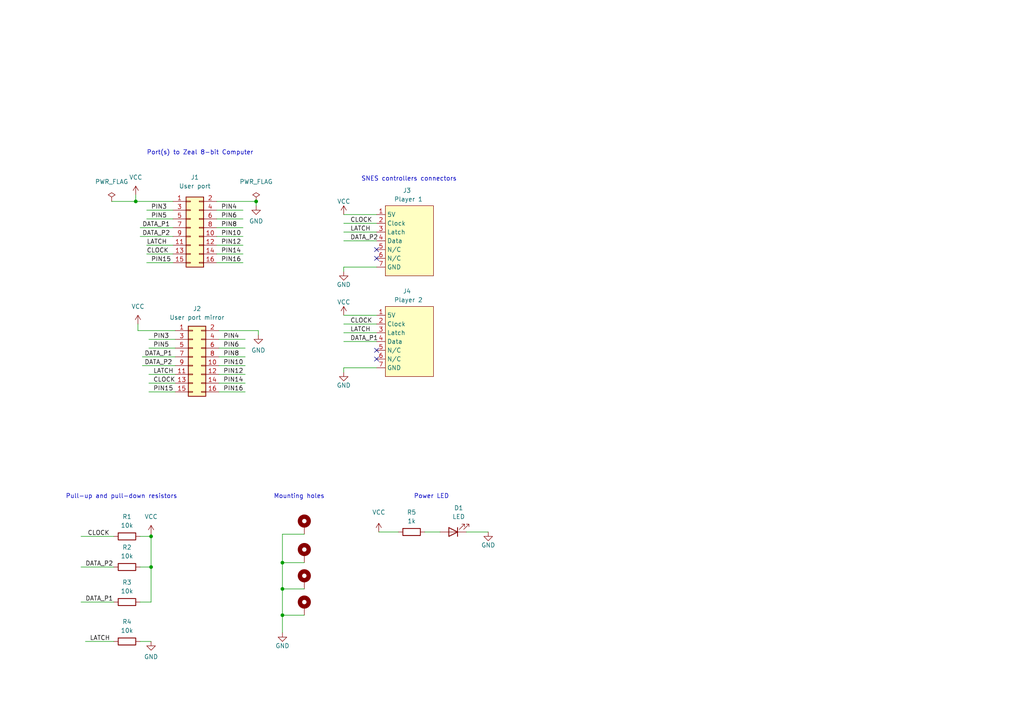
<source format=kicad_sch>
(kicad_sch (version 20211123) (generator eeschema)
  (paper "A4")
  (lib_symbols
    (symbol "Connector_Generic:Conn_02x08_Odd_Even" (pin_names (offset 1.016) hide)
      (property "Reference" "J" (at 1.27 10.16 0))
      (property "Value" "Conn_02x08_Odd_Even" (at 1.27 -12.7 0))
      (symbol "Conn_02x08_Odd_Even_1_1"
        (rectangle (start -1.27 -10.033) (end 0 -10.287) (stroke (width 0.1524)))
        (rectangle (start -1.27 -7.493) (end 0 -7.747) (stroke (width 0.1524)))
        (rectangle (start -1.27 -4.953) (end 0 -5.207) (stroke (width 0.1524)))
        (rectangle (start -1.27 -2.413) (end 0 -2.667) (stroke (width 0.1524)))
        (rectangle (start -1.27 0.127) (end 0 -0.127) (stroke (width 0.1524)))
        (rectangle (start -1.27 2.667) (end 0 2.413) (stroke (width 0.1524)))
        (rectangle (start -1.27 5.207) (end 0 4.953) (stroke (width 0.1524)))
        (rectangle (start -1.27 7.747) (end 0 7.493) (stroke (width 0.1524)))
        (rectangle (start -1.27 8.89) (end 3.81 -11.43) (stroke (width 0.254)) (fill (type background)))
        (rectangle (start 3.81 -10.033) (end 2.54 -10.287) (stroke (width 0.1524)))
        (rectangle (start 3.81 -7.493) (end 2.54 -7.747) (stroke (width 0.1524)))
        (rectangle (start 3.81 -4.953) (end 2.54 -5.207) (stroke (width 0.1524)))
        (rectangle (start 3.81 -2.413) (end 2.54 -2.667) (stroke (width 0.1524)))
        (rectangle (start 3.81 0.127) (end 2.54 -0.127) (stroke (width 0.1524)))
        (rectangle (start 3.81 2.667) (end 2.54 2.413) (stroke (width 0.1524)))
        (rectangle (start 3.81 5.207) (end 2.54 4.953) (stroke (width 0.1524)))
        (rectangle (start 3.81 7.747) (end 2.54 7.493) (stroke (width 0.1524)))
        (pin passive line (at -5.08 7.62 0) (length 3.81) (name "Pin_1") (number "1"))
        (pin passive line (at 7.62 -2.54 180) (length 3.81) (name "Pin_10") (number "10"))
        (pin passive line (at -5.08 -5.08 0) (length 3.81) (name "Pin_11") (number "11"))
        (pin passive line (at 7.62 -5.08 180) (length 3.81) (name "Pin_12") (number "12"))
        (pin passive line (at -5.08 -7.62 0) (length 3.81) (name "Pin_13") (number "13"))
        (pin passive line (at 7.62 -7.62 180) (length 3.81) (name "Pin_14") (number "14"))
        (pin passive line (at -5.08 -10.16 0) (length 3.81) (name "Pin_15") (number "15"))
        (pin passive line (at 7.62 -10.16 180) (length 3.81) (name "Pin_16") (number "16"))
        (pin passive line (at 7.62 7.62 180) (length 3.81) (name "Pin_2") (number "2"))
        (pin passive line (at -5.08 5.08 0) (length 3.81) (name "Pin_3") (number "3"))
        (pin passive line (at 7.62 5.08 180) (length 3.81) (name "Pin_4") (number "4"))
        (pin passive line (at -5.08 2.54 0) (length 3.81) (name "Pin_5") (number "5"))
        (pin passive line (at 7.62 2.54 180) (length 3.81) (name "Pin_6") (number "6"))
        (pin passive line (at -5.08 0 0) (length 3.81) (name "Pin_7") (number "7"))
        (pin passive line (at 7.62 0 180) (length 3.81) (name "Pin_8") (number "8"))
        (pin passive line (at -5.08 -2.54 0) (length 3.81) (name "Pin_9") (number "9"))
      )
    )
    (symbol "Device:LED" (pin_numbers hide) (pin_names (offset 1.016) hide)
      (property "Reference" "D" (at 0 2.54 0))
      (property "Value" "LED" (at 0 -2.54 0))
      (symbol "LED_0_1"
        (polyline (pts (xy -1.27 -1.27) (xy -1.27 1.27)) (stroke (width 0.254)))
        (polyline (pts (xy -1.27 0) (xy 1.27 0)))
        (polyline (pts (xy 1.27 -1.27) (xy 1.27 1.27) (xy -1.27 0) (xy 1.27 -1.27)) (stroke (width 0.254)))
        (polyline (pts (xy -3.048 -0.762) (xy -4.572 -2.286) (xy -3.81 -2.286) (xy -4.572 -2.286) (xy -4.572 -1.524)))
        (polyline (pts (xy -1.778 -0.762) (xy -3.302 -2.286) (xy -2.54 -2.286) (xy -3.302 -2.286) (xy -3.302 -1.524)))
      )
      (symbol "LED_1_1"
        (pin passive line (at -3.81 0 0) (length 2.54) (name "K") (number "1"))
        (pin passive line (at 3.81 0 180) (length 2.54) (name "A") (number "2"))
      )
    )
    (symbol "Device:R" (pin_numbers hide) (pin_names (offset 0))
      (property "Reference" "R" (at 2.032 0 90))
      (property "Value" "R" (at 0 0 90))
      (symbol "R_0_1"
        (rectangle (start -1.016 -2.54) (end 1.016 2.54) (stroke (width 0.254)))
      )
      (symbol "R_1_1"
        (pin passive line (at 0 3.81 270) (length 1.27) (name "~") (number "1"))
        (pin passive line (at 0 -3.81 90) (length 1.27) (name "~") (number "2"))
      )
    )
    (symbol "Mechanical:MountingHole_Pad" (pin_numbers hide) (pin_names (offset 1.016) hide)
      (property "Reference" "H" (at 0 6.35 0))
      (property "Value" "MountingHole_Pad" (at 0 4.445 0))
      (symbol "MountingHole_Pad_0_1"
        (circle (center 0 1.27) (radius 1.27) (stroke (width 1.27)))
      )
      (symbol "MountingHole_Pad_1_1"
        (pin input line (at 0 -2.54 90) (length 2.54) (name "1") (number "1"))
      )
    )
    (symbol "SNES-Library:SNES-Controller-Socket"
      (property "Reference" "J" (at 0 0 0))
      (property "Value" "SNES-Controller-Socket" (at 0 2.54 0))
      (symbol "SNES-Controller-Socket_0_1"
        (rectangle (start -6.35 -2.54) (end 7.62 -22.86) (fill (type background)))
      )
      (symbol "SNES-Controller-Socket_1_1"
        (pin power_in line (at -8.89 -5.08 0) (length 2.54) (name "5V") (number "1"))
        (pin input line (at -8.89 -7.62 0) (length 2.54) (name "Clock") (number "2"))
        (pin input line (at -8.89 -10.16 0) (length 2.54) (name "Latch") (number "3"))
        (pin output line (at -8.89 -12.7 0) (length 2.54) (name "Data") (number "4"))
        (pin bidirectional line (at -8.89 -15.24 0) (length 2.54) (name "N/C") (number "5"))
        (pin bidirectional line (at -8.89 -17.78 0) (length 2.54) (name "N/C") (number "6"))
        (pin power_in line (at -8.89 -20.32 0) (length 2.54) (name "GND") (number "7"))
      )
    )
    (symbol "power:GND" (power) (pin_names (offset 0))
      (property "Value" "GND" (at 0 -3.81 0))
      (symbol "GND_0_1"
        (polyline (pts (xy 0 0) (xy 0 -1.27) (xy 1.27 -1.27) (xy 0 -2.54) (xy -1.27 -1.27) (xy 0 -1.27)))
      )
      (symbol "GND_1_1"
        (pin power_in line (at 0 0 270) (length 0) hide (name "GND") (number "1"))
      )
    )
    (symbol "power:PWR_FLAG" (power) (pin_numbers hide) (pin_names (offset 0) hide)
      (property "Value" "PWR_FLAG" (at 0 3.81 0))
      (symbol "PWR_FLAG_0_0"
        (pin power_out line (at 0 0 90) (length 0) (name "pwr") (number "1"))
      )
      (symbol "PWR_FLAG_0_1"
        (polyline (pts (xy 0 0) (xy 0 1.27) (xy -1.016 1.905) (xy 0 2.54) (xy 1.016 1.905) (xy 0 1.27)))
      )
    )
    (symbol "power:VCC" (power) (pin_names (offset 0))
      (property "Value" "VCC" (at 0 3.81 0))
      (symbol "VCC_0_1"
        (polyline (pts (xy -0.762 1.27) (xy 0 2.54)))
        (polyline (pts (xy 0 0) (xy 0 2.54)))
        (polyline (pts (xy 0 2.54) (xy 0.762 1.27)))
      )
      (symbol "VCC_1_1"
        (pin power_in line (at 0 0 90) (length 0) hide (name "VCC") (number "1"))
      )
    )
  )
  (junction (at 39.37 58.42))
  (junction (at 43.815 164.465))
  (junction (at 81.915 163.195))
  (junction (at 81.915 170.815))
  (junction (at 43.815 155.575))
  (junction (at 74.295 58.42))
  (junction (at 81.915 178.435))
  (no_connect (at 109.22 104.14))
  (no_connect (at 109.22 72.39))
  (no_connect (at 109.22 74.93))
  (no_connect (at 109.22 101.6))
  (wire (pts (xy 99.695 62.23) (xy 109.22 62.23)))
  (wire (pts (xy 40.64 66.04) (xy 50.165 66.04)))
  (wire (pts (xy 41.275 106.045) (xy 50.8 106.045)))
  (wire (pts (xy 43.18 111.125) (xy 50.8 111.125)))
  (wire (pts (xy 40.64 164.465) (xy 43.815 164.465)))
  (wire (pts (xy 62.865 63.5) (xy 70.485 63.5)))
  (wire (pts (xy 81.915 163.195) (xy 88.265 163.195)))
  (wire (pts (xy 99.695 93.98) (xy 109.22 93.98)))
  (wire (pts (xy 81.915 163.195) (xy 81.915 170.815)))
  (wire (pts (xy 109.22 106.68) (xy 99.695 106.68)))
  (wire (pts (xy 99.695 99.06) (xy 109.22 99.06)))
  (wire (pts (xy 24.765 186.055) (xy 33.02 186.055)))
  (wire (pts (xy 42.545 73.66) (xy 50.165 73.66)))
  (wire (pts (xy 109.855 154.305) (xy 115.57 154.305)))
  (wire (pts (xy 43.18 113.665) (xy 50.8 113.665)))
  (wire (pts (xy 43.815 164.465) (xy 43.815 174.625)))
  (wire (pts (xy 23.495 155.575) (xy 33.02 155.575)))
  (wire (pts (xy 74.295 58.42) (xy 74.295 59.69)))
  (wire (pts (xy 63.5 95.885) (xy 74.93 95.885)))
  (wire (pts (xy 39.37 58.42) (xy 39.37 56.515)))
  (wire (pts (xy 99.695 106.68) (xy 99.695 107.95)))
  (wire (pts (xy 123.19 154.305) (xy 127.635 154.305)))
  (wire (pts (xy 43.18 108.585) (xy 50.8 108.585)))
  (wire (pts (xy 99.695 67.31) (xy 109.22 67.31)))
  (wire (pts (xy 63.5 98.425) (xy 71.12 98.425)))
  (wire (pts (xy 42.545 63.5) (xy 50.165 63.5)))
  (wire (pts (xy 32.385 58.42) (xy 39.37 58.42)))
  (wire (pts (xy 62.865 60.96) (xy 70.485 60.96)))
  (wire (pts (xy 99.695 96.52) (xy 109.22 96.52)))
  (wire (pts (xy 43.18 100.965) (xy 50.8 100.965)))
  (wire (pts (xy 40.005 95.885) (xy 40.005 93.98)))
  (wire (pts (xy 42.545 60.96) (xy 50.165 60.96)))
  (wire (pts (xy 43.815 155.575) (xy 43.815 154.94)))
  (wire (pts (xy 40.64 186.055) (xy 43.815 186.055)))
  (wire (pts (xy 50.8 95.885) (xy 40.005 95.885)))
  (wire (pts (xy 42.545 71.12) (xy 50.165 71.12)))
  (wire (pts (xy 40.64 155.575) (xy 43.815 155.575)))
  (wire (pts (xy 99.695 91.44) (xy 109.22 91.44)))
  (wire (pts (xy 63.5 111.125) (xy 71.12 111.125)))
  (wire (pts (xy 23.495 164.465) (xy 33.02 164.465)))
  (wire (pts (xy 62.865 68.58) (xy 70.485 68.58)))
  (wire (pts (xy 62.865 73.66) (xy 70.485 73.66)))
  (wire (pts (xy 63.5 108.585) (xy 71.12 108.585)))
  (wire (pts (xy 63.5 113.665) (xy 71.12 113.665)))
  (wire (pts (xy 42.545 76.2) (xy 50.165 76.2)))
  (wire (pts (xy 81.915 170.815) (xy 88.265 170.815)))
  (wire (pts (xy 40.64 174.625) (xy 43.815 174.625)))
  (wire (pts (xy 81.915 178.435) (xy 81.915 183.515)))
  (wire (pts (xy 63.5 106.045) (xy 71.12 106.045)))
  (wire (pts (xy 62.865 76.2) (xy 70.485 76.2)))
  (wire (pts (xy 81.915 170.815) (xy 81.915 178.435)))
  (wire (pts (xy 99.695 64.77) (xy 109.22 64.77)))
  (wire (pts (xy 23.495 174.625) (xy 33.02 174.625)))
  (wire (pts (xy 63.5 100.965) (xy 71.12 100.965)))
  (wire (pts (xy 43.815 155.575) (xy 43.815 164.465)))
  (wire (pts (xy 41.275 103.505) (xy 50.8 103.505)))
  (wire (pts (xy 62.865 58.42) (xy 74.295 58.42)))
  (wire (pts (xy 50.165 58.42) (xy 39.37 58.42)))
  (wire (pts (xy 81.915 178.435) (xy 88.265 178.435)))
  (wire (pts (xy 74.93 95.885) (xy 74.93 97.155)))
  (wire (pts (xy 88.265 154.94) (xy 81.915 154.94)))
  (wire (pts (xy 141.605 154.305) (xy 135.255 154.305)))
  (wire (pts (xy 109.22 77.47) (xy 99.695 77.47)))
  (wire (pts (xy 81.915 154.94) (xy 81.915 163.195)))
  (wire (pts (xy 40.64 68.58) (xy 50.165 68.58)))
  (wire (pts (xy 43.18 98.425) (xy 50.8 98.425)))
  (wire (pts (xy 62.865 71.12) (xy 70.485 71.12)))
  (wire (pts (xy 99.695 69.85) (xy 109.22 69.85)))
  (wire (pts (xy 62.865 66.04) (xy 70.485 66.04)))
  (wire (pts (xy 63.5 103.505) (xy 71.12 103.505)))
  (wire (pts (xy 99.695 77.47) (xy 99.695 78.74)))
  (text "Mounting holes\n" (at 79.375 144.78 0) (effects (font (size 1.27 1.27)) (justify left bottom)))
  (text "Power LED" (at 120.015 144.78 0) (effects (font (size 1.27 1.27)) (justify left bottom)))
  (text "SNES controllers connectors" (at 104.775 52.705 0) (effects (font (size 1.27 1.27)) (justify left bottom)))
  (text "Pull-up and pull-down resistors" (at 19.05 144.78 0) (effects (font (size 1.27 1.27)) (justify left bottom)))
  (text "Port(s) to Zeal 8-bit Computer" (at 42.545 45.085 0) (effects (font (size 1.27 1.27)) (justify left bottom)))
  (label "PIN15" (at 44.45 113.665 0))
  (label "LATCH" (at 42.545 71.12 0))
  (label "DATA_P2" (at 24.765 164.465 0))
  (label "LATCH" (at 101.6 96.52 0))
  (label "PIN16" (at 64.77 113.665 0))
  (label "LATCH" (at 101.6 67.31 0))
  (label "DATA_P1" (at 41.275 66.04 0))
  (label "PIN14" (at 64.135 73.66 0))
  (label "PIN6" (at 64.135 63.5 0))
  (label "DATA_P1" (at 101.6 99.06 0))
  (label "CLOCK" (at 42.545 73.66 0))
  (label "PIN3" (at 43.815 60.96 0))
  (label "LATCH" (at 44.45 108.585 0))
  (label "CLOCK" (at 101.6 93.98 0))
  (label "PIN8" (at 64.135 66.04 0))
  (label "PIN14" (at 64.77 111.125 0))
  (label "PIN3" (at 44.45 98.425 0))
  (label "PIN5" (at 44.45 100.965 0))
  (label "DATA_P1" (at 41.91 103.505 0))
  (label "LATCH" (at 26.035 186.055 0))
  (label "CLOCK" (at 25.4 155.575 0))
  (label "PIN5" (at 43.815 63.5 0))
  (label "PIN4" (at 64.77 98.425 0))
  (label "PIN12" (at 64.77 108.585 0))
  (label "DATA_P1" (at 24.765 174.625 0))
  (label "CLOCK" (at 44.45 111.125 0))
  (label "PIN4" (at 64.135 60.96 0))
  (label "DATA_P2" (at 41.275 68.58 0))
  (label "PIN8" (at 64.77 103.505 0))
  (label "DATA_P2" (at 101.6 69.85 0))
  (label "PIN15" (at 43.815 76.2 0))
  (label "CLOCK" (at 101.6 64.77 0))
  (label "PIN6" (at 64.77 100.965 0))
  (label "PIN10" (at 64.77 106.045 0))
  (label "PIN12" (at 64.135 71.12 0))
  (label "DATA_P2" (at 41.91 106.045 0))
  (label "PIN10" (at 64.135 68.58 0))
  (label "PIN16" (at 64.135 76.2 0))
  (symbol (lib_id "power:PWR_FLAG") (at 32.385 58.42 0) (unit 1)
    (property "Reference" "#FLG01" (effects hide))
    (property "Value" "PWR_FLAG" (at 32.385 52.705 0))
  )
  (symbol (lib_id "Device:R") (at 36.83 186.055 90) (unit 1)
    (property "Reference" "R4" (at 36.83 180.34 90))
    (property "Value" "10k" (at 36.83 182.88 90))
    (property "Footprint" "Resistor_THT:R_Axial_DIN0207_L6.3mm_D2.5mm_P10.16mm_Horizontal" (effects hide))
  )
  (symbol (lib_id "SNES-Library:SNES-Controller-Socket") (at 118.11 57.15 0) (unit 1)
    (property "Reference" "J3" (at 116.84 55.245 0) (effects (justify left)))
    (property "Value" "Player 1" (at 114.3 57.785 0) (effects (justify left)))
    (property "Footprint" "SNES-Library:SNES" (effects hide))
  )
  (symbol (lib_id "Connector_Generic:Conn_02x08_Odd_Even") (at 55.245 66.04 0) (unit 1)
    (property "Reference" "J1" (at 56.515 51.435 0))
    (property "Value" "User port" (at 56.515 53.975 0))
    (property "Footprint" "Connector_PinHeader_2.54mm:PinHeader_2x08_P2.54mm_Horizontal" (effects hide))
  )
  (symbol (lib_id "power:VCC") (at 43.815 154.94 0) (unit 1)
    (property "Reference" "#PWR03" (effects hide))
    (property "Value" "VCC" (at 43.815 149.86 0))
  )
  (symbol (lib_id "power:VCC") (at 99.695 91.44 0) (unit 1)
    (property "Reference" "#PWR010" (effects hide))
    (property "Value" "VCC" (at 99.695 87.63 0))
  )
  (symbol (lib_id "power:GND") (at 99.695 78.74 0) (unit 1)
    (property "Reference" "#PWR09" (effects hide))
    (property "Value" "GND" (at 99.695 82.55 0))
  )
  (symbol (lib_id "Device:R") (at 36.83 174.625 90) (unit 1)
    (property "Reference" "R3" (at 36.83 168.91 90))
    (property "Value" "10k" (at 36.83 171.45 90))
    (property "Footprint" "Resistor_THT:R_Axial_DIN0207_L6.3mm_D2.5mm_P10.16mm_Horizontal" (effects hide))
  )
  (symbol (lib_id "SNES-Library:SNES-Controller-Socket") (at 118.11 86.36 0) (unit 1)
    (property "Reference" "J4" (at 116.84 84.455 0) (effects (justify left)))
    (property "Value" "Player 2" (at 114.3 86.995 0) (effects (justify left)))
    (property "Footprint" "SNES-Library:SNES" (effects hide))
  )
  (symbol (lib_id "Device:R") (at 36.83 164.465 90) (unit 1)
    (property "Reference" "R2" (at 36.83 158.75 90))
    (property "Value" "10k" (at 36.83 161.29 90))
    (property "Footprint" "Resistor_THT:R_Axial_DIN0207_L6.3mm_D2.5mm_P10.16mm_Horizontal" (effects hide))
  )
  (symbol (lib_id "Device:R") (at 119.38 154.305 90) (unit 1)
    (property "Reference" "R5" (at 119.38 148.59 90))
    (property "Value" "1k" (at 119.38 151.13 90))
    (property "Footprint" "Resistor_THT:R_Axial_DIN0207_L6.3mm_D2.5mm_P10.16mm_Horizontal" (effects hide))
  )
  (symbol (lib_id "Device:LED") (at 131.445 154.305 180) (unit 1)
    (property "Reference" "D1" (at 133.0325 147.32 0))
    (property "Value" "LED" (at 133.0325 149.86 0))
    (property "Footprint" "LED_THT:LED_D5.0mm" (effects hide))
  )
  (symbol (lib_id "power:GND") (at 43.815 186.055 0) (unit 1)
    (property "Reference" "#PWR04" (effects hide))
    (property "Value" "GND" (at 43.815 190.5 0))
  )
  (symbol (lib_id "power:GND") (at 99.695 107.95 0) (unit 1)
    (property "Reference" "#PWR011" (effects hide))
    (property "Value" "GND" (at 99.695 111.76 0))
  )
  (symbol (lib_id "power:VCC") (at 40.005 93.98 0) (unit 1)
    (property "Reference" "#PWR02" (effects hide))
    (property "Value" "VCC" (at 40.005 88.9 0))
  )
  (symbol (lib_id "power:GND") (at 81.915 183.515 0) (unit 1)
    (property "Reference" "#PWR07" (effects hide))
    (property "Value" "GND" (at 81.915 187.325 0))
  )
  (symbol (lib_id "power:VCC") (at 109.855 154.305 0) (unit 1)
    (property "Reference" "#PWR012" (effects hide))
    (property "Value" "VCC" (at 109.855 148.59 0))
  )
  (symbol (lib_id "power:VCC") (at 39.37 56.515 0) (unit 1)
    (property "Reference" "#PWR01" (effects hide))
    (property "Value" "VCC" (at 39.37 51.435 0))
  )
  (symbol (lib_id "Mechanical:MountingHole_Pad") (at 88.265 152.4 0) (unit 1)
    (property "Reference" "H1" (effects hide))
    (property "Value" "MountingHole_Pad" (effects hide))
    (property "Footprint" "MountingHole:MountingHole_2.2mm_M2_Pad" (effects hide))
  )
  (symbol (lib_id "Mechanical:MountingHole_Pad") (at 88.265 168.275 0) (unit 1)
    (property "Reference" "H3" (effects hide))
    (property "Value" "MountingHole_Pad" (effects hide))
    (property "Footprint" "MountingHole:MountingHole_2.2mm_M2_Pad" (effects hide))
  )
  (symbol (lib_id "power:GND") (at 74.295 59.69 0) (unit 1)
    (property "Reference" "#PWR05" (effects hide))
    (property "Value" "GND" (at 74.295 64.135 0))
  )
  (symbol (lib_id "power:PWR_FLAG") (at 74.295 58.42 0) (unit 1)
    (property "Reference" "#FLG02" (effects hide))
    (property "Value" "PWR_FLAG" (at 74.295 52.705 0))
  )
  (symbol (lib_id "Connector_Generic:Conn_02x08_Odd_Even") (at 55.88 103.505 0) (unit 1)
    (property "Reference" "J2" (at 57.15 89.535 0))
    (property "Value" "User port mirror" (at 57.15 92.075 0))
    (property "Footprint" "Connector_PinHeader_2.54mm:PinHeader_2x08_P2.54mm_Vertical" (effects hide))
  )
  (symbol (lib_id "Device:R") (at 36.83 155.575 90) (unit 1)
    (property "Reference" "R1" (at 36.83 149.86 90))
    (property "Value" "10k" (at 36.83 152.4 90))
    (property "Footprint" "Resistor_THT:R_Axial_DIN0207_L6.3mm_D2.5mm_P10.16mm_Horizontal" (effects hide))
  )
  (symbol (lib_id "power:VCC") (at 99.695 62.23 0) (unit 1)
    (property "Reference" "#PWR08" (effects hide))
    (property "Value" "VCC" (at 99.695 58.42 0))
  )
  (symbol (lib_id "Mechanical:MountingHole_Pad") (at 88.265 160.655 0) (unit 1)
    (property "Reference" "H2" (effects hide))
    (property "Value" "MountingHole_Pad" (effects hide))
    (property "Footprint" "MountingHole:MountingHole_2.2mm_M2_Pad" (effects hide))
  )
  (symbol (lib_id "power:GND") (at 74.93 97.155 0) (unit 1)
    (property "Reference" "#PWR06" (effects hide))
    (property "Value" "GND" (at 74.93 101.6 0))
  )
  (symbol (lib_id "power:GND") (at 141.605 154.305 0) (unit 1)
    (property "Reference" "#PWR013" (effects hide))
    (property "Value" "GND" (at 141.605 158.115 0))
  )
  (symbol (lib_id "Mechanical:MountingHole_Pad") (at 88.265 175.895 0) (unit 1)
    (property "Reference" "H4" (effects hide))
    (property "Value" "MountingHole_Pad" (effects hide))
    (property "Footprint" "MountingHole:MountingHole_2.2mm_M2_Pad" (effects hide))
  )
)
</source>
